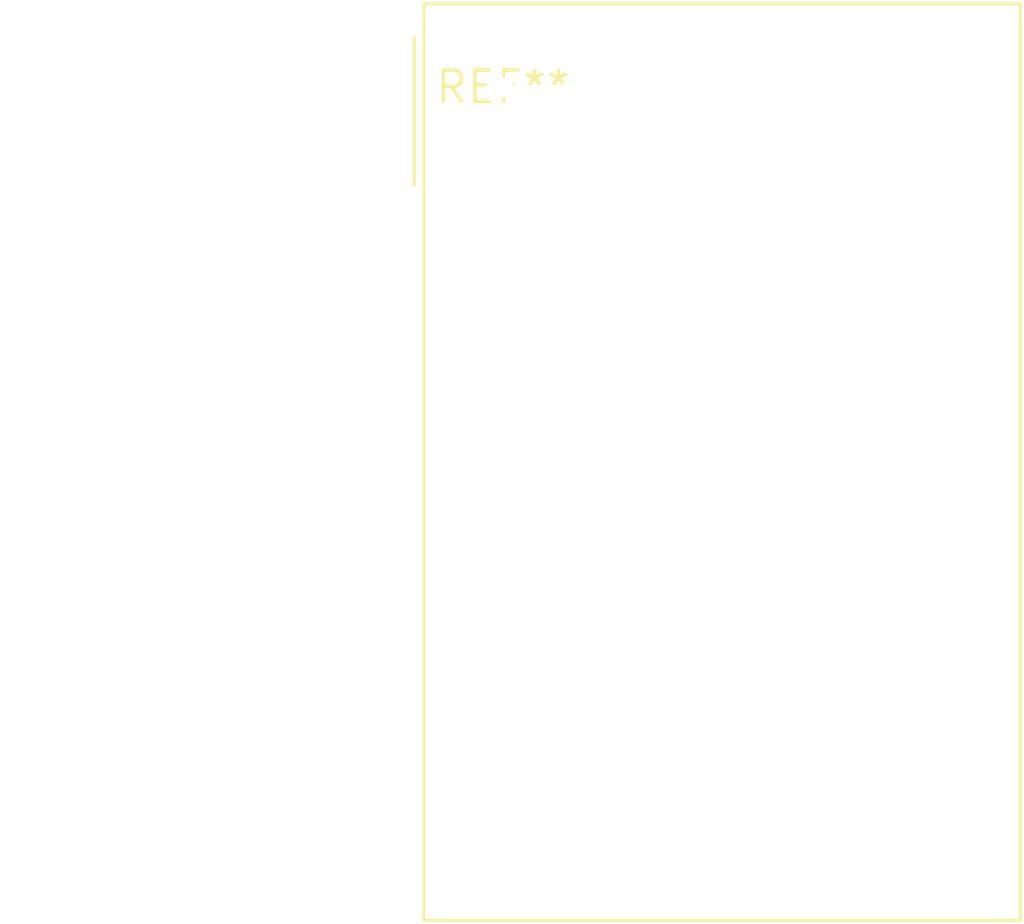
<source format=kicad_pcb>
(kicad_pcb (version 20240108) (generator pcbnew)
  (layers (0 "F.Cu" signal) (31 "B.Cu" signal) (34 "B.Paste" user) (35 "F.Paste" user) (36 "B.SilkS" user "B.Silkscreen") (37 "F.SilkS" user "F.Silkscreen") (38 "B.Mask" user) (39 "F.Mask" user) (44 "Edge.Cuts" user))
  (net 0 "")
  (footprint "Converter_ACDC_MeanWell_IRM-03-xx_THT" (layer "F.Cu") (at 0 0)
    (property "Reference" "REF**")
    (property "Value" "Converter_ACDC_MeanWell_IRM-03-xx_THT")
    (fp_line (start -3.61 -2) (end -3.61 4) (layer "F.SilkS") (stroke (width 0.12)))
    (fp_line (start -3.23 -3.38) (end -3.23 33.86) (layer "F.SilkS") (stroke (width 0.12)))
    (fp_line (start -3.23 33.86) (end 21.01 33.86) (layer "F.SilkS") (stroke (width 0.12)))
    (fp_line (start 21.01 -3.38) (end -3.23 -3.38) (layer "F.SilkS") (stroke (width 0.12)))
    (fp_line (start 21.01 -3.38) (end 21.01 33.86) (layer "F.SilkS") (stroke (width 0.12)))
    (pad "1" thru_hole rect (at 0 0) (size 2.3 2) (drill 0.8) (layers *.Cu *.Mask) (remove_unused_layers))
    (pad "3" thru_hole circle (at 0 5.08) (size 2.3 2.3) (drill 0.8) (layers *.Cu *.Mask) (remove_unused_layers))
    (pad "5" thru_hole circle (at 0 30.48) (size 2.3 2.3) (drill 0.76) (layers *.Cu *.Mask) (remove_unused_layers))
    (pad "14" thru_hole circle (at 17.78 30.48) (size 2.3 2.3) (drill 0.76) (layers *.Cu *.Mask) (remove_unused_layers))
    (pad "16" thru_hole circle (at 17.78 25.4) (size 2.3 2.3) (drill 0.76) (layers *.Cu *.Mask) (remove_unused_layers))
  )
)
</source>
